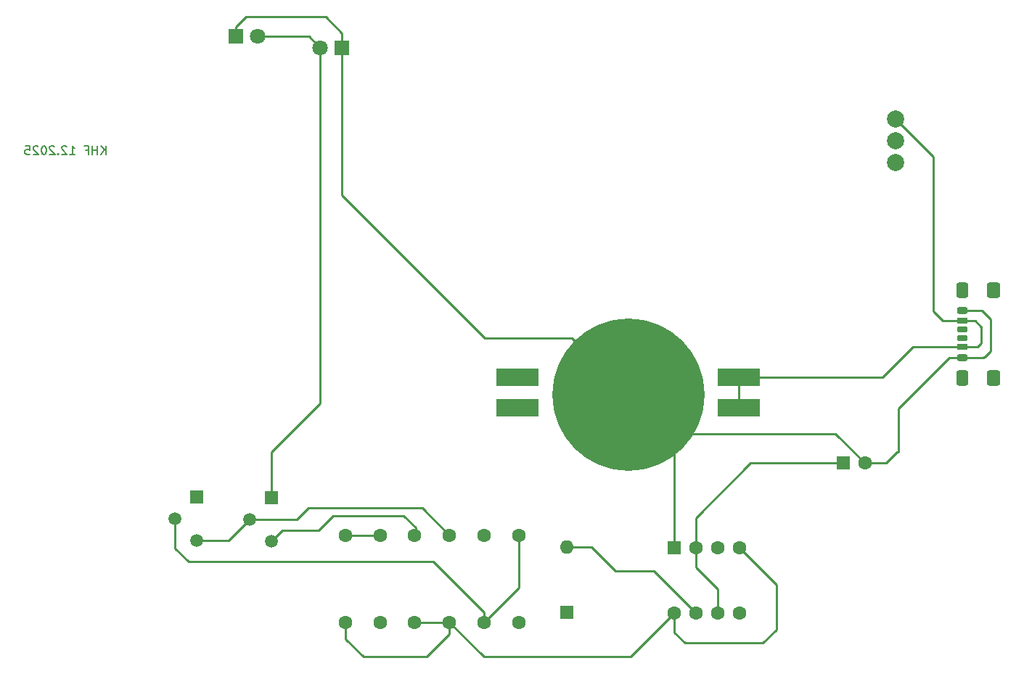
<source format=gbr>
%TF.GenerationSoftware,KiCad,Pcbnew,9.0.6*%
%TF.CreationDate,2025-12-30T13:30:36+01:00*%
%TF.ProjectId,Krokodil,4b726f6b-6f64-4696-9c2e-6b696361645f,rev?*%
%TF.SameCoordinates,Original*%
%TF.FileFunction,Copper,L2,Bot*%
%TF.FilePolarity,Positive*%
%FSLAX46Y46*%
G04 Gerber Fmt 4.6, Leading zero omitted, Abs format (unit mm)*
G04 Created by KiCad (PCBNEW 9.0.6) date 2025-12-30 13:30:36*
%MOMM*%
%LPD*%
G01*
G04 APERTURE LIST*
G04 Aperture macros list*
%AMRoundRect*
0 Rectangle with rounded corners*
0 $1 Rounding radius*
0 $2 $3 $4 $5 $6 $7 $8 $9 X,Y pos of 4 corners*
0 Add a 4 corners polygon primitive as box body*
4,1,4,$2,$3,$4,$5,$6,$7,$8,$9,$2,$3,0*
0 Add four circle primitives for the rounded corners*
1,1,$1+$1,$2,$3*
1,1,$1+$1,$4,$5*
1,1,$1+$1,$6,$7*
1,1,$1+$1,$8,$9*
0 Add four rect primitives between the rounded corners*
20,1,$1+$1,$2,$3,$4,$5,0*
20,1,$1+$1,$4,$5,$6,$7,0*
20,1,$1+$1,$6,$7,$8,$9,0*
20,1,$1+$1,$8,$9,$2,$3,0*%
G04 Aperture macros list end*
%ADD10C,0.150000*%
%TA.AperFunction,NonConductor*%
%ADD11C,0.150000*%
%TD*%
%TA.AperFunction,SMDPad,CuDef*%
%ADD12RoundRect,0.175000X-0.425000X0.175000X-0.425000X-0.175000X0.425000X-0.175000X0.425000X0.175000X0*%
%TD*%
%TA.AperFunction,SMDPad,CuDef*%
%ADD13RoundRect,0.190000X0.410000X-0.190000X0.410000X0.190000X-0.410000X0.190000X-0.410000X-0.190000X0*%
%TD*%
%TA.AperFunction,SMDPad,CuDef*%
%ADD14RoundRect,0.200000X0.400000X-0.200000X0.400000X0.200000X-0.400000X0.200000X-0.400000X-0.200000X0*%
%TD*%
%TA.AperFunction,SMDPad,CuDef*%
%ADD15RoundRect,0.175000X0.425000X-0.175000X0.425000X0.175000X-0.425000X0.175000X-0.425000X-0.175000X0*%
%TD*%
%TA.AperFunction,SMDPad,CuDef*%
%ADD16RoundRect,0.190000X-0.410000X0.190000X-0.410000X-0.190000X0.410000X-0.190000X0.410000X0.190000X0*%
%TD*%
%TA.AperFunction,SMDPad,CuDef*%
%ADD17RoundRect,0.200000X-0.400000X0.200000X-0.400000X-0.200000X0.400000X-0.200000X0.400000X0.200000X0*%
%TD*%
%TA.AperFunction,SMDPad,CuDef*%
%ADD18RoundRect,0.250000X-0.425000X0.650000X-0.425000X-0.650000X0.425000X-0.650000X0.425000X0.650000X0*%
%TD*%
%TA.AperFunction,SMDPad,CuDef*%
%ADD19RoundRect,0.250000X-0.500000X0.650000X-0.500000X-0.650000X0.500000X-0.650000X0.500000X0.650000X0*%
%TD*%
%TA.AperFunction,ComponentPad*%
%ADD20R,1.800000X1.800000*%
%TD*%
%TA.AperFunction,ComponentPad*%
%ADD21C,1.800000*%
%TD*%
%TA.AperFunction,ComponentPad*%
%ADD22C,2.000000*%
%TD*%
%TA.AperFunction,ComponentPad*%
%ADD23RoundRect,0.250000X-0.550000X0.550000X-0.550000X-0.550000X0.550000X-0.550000X0.550000X0.550000X0*%
%TD*%
%TA.AperFunction,ComponentPad*%
%ADD24C,1.600000*%
%TD*%
%TA.AperFunction,ComponentPad*%
%ADD25R,1.500000X1.500000*%
%TD*%
%TA.AperFunction,ComponentPad*%
%ADD26C,1.500000*%
%TD*%
%TA.AperFunction,ComponentPad*%
%ADD27R,1.600000X1.600000*%
%TD*%
%TA.AperFunction,ComponentPad*%
%ADD28O,1.600000X1.600000*%
%TD*%
%TA.AperFunction,SMDPad,CuDef*%
%ADD29R,5.000000X2.000000*%
%TD*%
%TA.AperFunction,SMDPad,CuDef*%
%ADD30C,17.780000*%
%TD*%
%TA.AperFunction,Conductor*%
%ADD31C,0.250000*%
%TD*%
G04 APERTURE END LIST*
D10*
D11*
X101263220Y-69069819D02*
X101263220Y-68069819D01*
X100691792Y-69069819D02*
X101120363Y-68498390D01*
X100691792Y-68069819D02*
X101263220Y-68641247D01*
X100263220Y-69069819D02*
X100263220Y-68069819D01*
X100263220Y-68546009D02*
X99691792Y-68546009D01*
X99691792Y-69069819D02*
X99691792Y-68069819D01*
X98882268Y-68546009D02*
X99215601Y-68546009D01*
X99215601Y-69069819D02*
X99215601Y-68069819D01*
X99215601Y-68069819D02*
X98739411Y-68069819D01*
X97072744Y-69069819D02*
X97644172Y-69069819D01*
X97358458Y-69069819D02*
X97358458Y-68069819D01*
X97358458Y-68069819D02*
X97453696Y-68212676D01*
X97453696Y-68212676D02*
X97548934Y-68307914D01*
X97548934Y-68307914D02*
X97644172Y-68355533D01*
X96691791Y-68165057D02*
X96644172Y-68117438D01*
X96644172Y-68117438D02*
X96548934Y-68069819D01*
X96548934Y-68069819D02*
X96310839Y-68069819D01*
X96310839Y-68069819D02*
X96215601Y-68117438D01*
X96215601Y-68117438D02*
X96167982Y-68165057D01*
X96167982Y-68165057D02*
X96120363Y-68260295D01*
X96120363Y-68260295D02*
X96120363Y-68355533D01*
X96120363Y-68355533D02*
X96167982Y-68498390D01*
X96167982Y-68498390D02*
X96739410Y-69069819D01*
X96739410Y-69069819D02*
X96120363Y-69069819D01*
X95691791Y-68974580D02*
X95644172Y-69022200D01*
X95644172Y-69022200D02*
X95691791Y-69069819D01*
X95691791Y-69069819D02*
X95739410Y-69022200D01*
X95739410Y-69022200D02*
X95691791Y-68974580D01*
X95691791Y-68974580D02*
X95691791Y-69069819D01*
X95263220Y-68165057D02*
X95215601Y-68117438D01*
X95215601Y-68117438D02*
X95120363Y-68069819D01*
X95120363Y-68069819D02*
X94882268Y-68069819D01*
X94882268Y-68069819D02*
X94787030Y-68117438D01*
X94787030Y-68117438D02*
X94739411Y-68165057D01*
X94739411Y-68165057D02*
X94691792Y-68260295D01*
X94691792Y-68260295D02*
X94691792Y-68355533D01*
X94691792Y-68355533D02*
X94739411Y-68498390D01*
X94739411Y-68498390D02*
X95310839Y-69069819D01*
X95310839Y-69069819D02*
X94691792Y-69069819D01*
X94072744Y-68069819D02*
X93977506Y-68069819D01*
X93977506Y-68069819D02*
X93882268Y-68117438D01*
X93882268Y-68117438D02*
X93834649Y-68165057D01*
X93834649Y-68165057D02*
X93787030Y-68260295D01*
X93787030Y-68260295D02*
X93739411Y-68450771D01*
X93739411Y-68450771D02*
X93739411Y-68688866D01*
X93739411Y-68688866D02*
X93787030Y-68879342D01*
X93787030Y-68879342D02*
X93834649Y-68974580D01*
X93834649Y-68974580D02*
X93882268Y-69022200D01*
X93882268Y-69022200D02*
X93977506Y-69069819D01*
X93977506Y-69069819D02*
X94072744Y-69069819D01*
X94072744Y-69069819D02*
X94167982Y-69022200D01*
X94167982Y-69022200D02*
X94215601Y-68974580D01*
X94215601Y-68974580D02*
X94263220Y-68879342D01*
X94263220Y-68879342D02*
X94310839Y-68688866D01*
X94310839Y-68688866D02*
X94310839Y-68450771D01*
X94310839Y-68450771D02*
X94263220Y-68260295D01*
X94263220Y-68260295D02*
X94215601Y-68165057D01*
X94215601Y-68165057D02*
X94167982Y-68117438D01*
X94167982Y-68117438D02*
X94072744Y-68069819D01*
X93358458Y-68165057D02*
X93310839Y-68117438D01*
X93310839Y-68117438D02*
X93215601Y-68069819D01*
X93215601Y-68069819D02*
X92977506Y-68069819D01*
X92977506Y-68069819D02*
X92882268Y-68117438D01*
X92882268Y-68117438D02*
X92834649Y-68165057D01*
X92834649Y-68165057D02*
X92787030Y-68260295D01*
X92787030Y-68260295D02*
X92787030Y-68355533D01*
X92787030Y-68355533D02*
X92834649Y-68498390D01*
X92834649Y-68498390D02*
X93406077Y-69069819D01*
X93406077Y-69069819D02*
X92787030Y-69069819D01*
X91882268Y-68069819D02*
X92358458Y-68069819D01*
X92358458Y-68069819D02*
X92406077Y-68546009D01*
X92406077Y-68546009D02*
X92358458Y-68498390D01*
X92358458Y-68498390D02*
X92263220Y-68450771D01*
X92263220Y-68450771D02*
X92025125Y-68450771D01*
X92025125Y-68450771D02*
X91929887Y-68498390D01*
X91929887Y-68498390D02*
X91882268Y-68546009D01*
X91882268Y-68546009D02*
X91834649Y-68641247D01*
X91834649Y-68641247D02*
X91834649Y-68879342D01*
X91834649Y-68879342D02*
X91882268Y-68974580D01*
X91882268Y-68974580D02*
X91929887Y-69022200D01*
X91929887Y-69022200D02*
X92025125Y-69069819D01*
X92025125Y-69069819D02*
X92263220Y-69069819D01*
X92263220Y-69069819D02*
X92358458Y-69022200D01*
X92358458Y-69022200D02*
X92406077Y-68974580D01*
D12*
%TO.P,USB-C,A5*%
%TO.N,N/C*%
X201167500Y-89500000D03*
D13*
%TO.P,USB-C,A9*%
%TO.N,Net-(S1-A-Pad1)*%
X201167500Y-91520000D03*
D14*
%TO.P,USB-C,A12*%
%TO.N,Net-(D1-K)*%
X201167500Y-92750000D03*
D15*
%TO.P,USB-C,B5*%
%TO.N,N/C*%
X201167500Y-90500000D03*
D16*
%TO.P,USB-C,B9*%
%TO.N,Net-(S1-A-Pad1)*%
X201167500Y-88480000D03*
D17*
%TO.P,USB-C,B12*%
%TO.N,Net-(D1-K)*%
X201167500Y-87250000D03*
D18*
%TO.P,USB-C,S1*%
%TO.N,N/C*%
X201222500Y-84875000D03*
D19*
X204802500Y-84875000D03*
D18*
X201222500Y-95125000D03*
D19*
X204802500Y-95125000D03*
%TD*%
D20*
%TO.P,D2,1,K*%
%TO.N,Net-(D1-K)*%
X128800000Y-56600000D03*
D21*
%TO.P,D2,2,A*%
%TO.N,Net-(D1-A)*%
X126260000Y-56600000D03*
%TD*%
D20*
%TO.P,D1,1,K*%
%TO.N,Net-(D1-K)*%
X116460000Y-55300000D03*
D21*
%TO.P,D1,2,A*%
%TO.N,Net-(D1-A)*%
X119000000Y-55300000D03*
%TD*%
D22*
%TO.P,S1,1,A*%
%TO.N,Net-(S1-A-Pad1)*%
X193400000Y-64900000D03*
%TO.P,S1,2,E*%
%TO.N,Net-(S1-E)*%
X193400000Y-67440000D03*
%TO.P,S1,3,A*%
%TO.N,unconnected-(S1-A-Pad3)*%
X193400000Y-69980000D03*
%TD*%
D23*
%TO.P,U1,1,GND*%
%TO.N,Net-(D1-K)*%
X167600000Y-115000000D03*
D24*
%TO.P,U1,2,TR*%
%TO.N,Net-(D3-K)*%
X170140000Y-115000000D03*
%TO.P,U1,3,Q*%
%TO.N,unconnected-(U1-Q-Pad3)*%
X172680000Y-115000000D03*
%TO.P,U1,4,R*%
%TO.N,Net-(S1-E)*%
X175220000Y-115000000D03*
%TO.P,U1,5,CV*%
%TO.N,unconnected-(U1-CV-Pad5)*%
X175220000Y-122620000D03*
%TO.P,U1,6,THR*%
%TO.N,Net-(D3-K)*%
X172680000Y-122620000D03*
%TO.P,U1,7,DIS*%
%TO.N,Net-(D3-A)*%
X170140000Y-122620000D03*
%TO.P,U1,8,VCC*%
%TO.N,Net-(S1-E)*%
X167600000Y-122620000D03*
%TD*%
D25*
%TO.P,Q2,1,E*%
%TO.N,Net-(D1-A)*%
X120600000Y-109100000D03*
D26*
%TO.P,Q2,2,B*%
%TO.N,Net-(Q1-C)*%
X118060000Y-111640000D03*
%TO.P,Q2,3,C*%
%TO.N,Net-(Q2-C)*%
X120600000Y-114180000D03*
%TD*%
D24*
%TO.P,R3,1*%
%TO.N,Net-(D3-K)*%
X149450000Y-123660000D03*
%TO.P,R3,2*%
%TO.N,Net-(Q1-B)*%
X149450000Y-113500000D03*
%TD*%
%TO.P,R6,1*%
%TO.N,Net-(S1-E)*%
X137300000Y-123660000D03*
%TO.P,R6,2*%
%TO.N,Net-(Q2-C)*%
X137300000Y-113500000D03*
%TD*%
%TO.P,R8,1*%
%TO.N,Net-(S1-E)*%
X129200000Y-123660000D03*
%TO.P,R8,2*%
%TO.N,Net-(D3-A)*%
X129200000Y-113500000D03*
%TD*%
D25*
%TO.P,Q1,1,E*%
%TO.N,Net-(D1-K)*%
X111857615Y-109000000D03*
D26*
%TO.P,Q1,2,B*%
%TO.N,Net-(Q1-B)*%
X109317615Y-111540000D03*
%TO.P,Q1,3,C*%
%TO.N,Net-(Q1-C)*%
X111857615Y-114080000D03*
%TD*%
D27*
%TO.P,D3,1,K*%
%TO.N,Net-(D3-K)*%
X155000000Y-122520000D03*
D28*
%TO.P,D3,2,A*%
%TO.N,Net-(D3-A)*%
X155000000Y-114900000D03*
%TD*%
D24*
%TO.P,R5,1*%
%TO.N,Net-(S1-E)*%
X141350000Y-123660000D03*
%TO.P,R5,2*%
%TO.N,Net-(Q1-C)*%
X141350000Y-113500000D03*
%TD*%
%TO.P,R7,2*%
%TO.N,Net-(D3-A)*%
X133250000Y-113500000D03*
%TO.P,R7,1*%
%TO.N,Net-(D3-K)*%
X133250000Y-123660000D03*
%TD*%
D27*
%TO.P,C1,1*%
%TO.N,Net-(D3-K)*%
X187300000Y-105100000D03*
D24*
%TO.P,C1,2*%
%TO.N,Net-(D1-K)*%
X189800000Y-105100000D03*
%TD*%
D29*
%TO.P,U2,*%
%TO.N,*%
X149246000Y-95068000D03*
X149246000Y-98624000D03*
%TO.P,U2,1*%
%TO.N,Net-(S1-A-Pad1)*%
X175140000Y-95068000D03*
X175140000Y-98624000D03*
D30*
%TO.P,U2,2*%
%TO.N,Net-(D1-K)*%
X162200000Y-97100000D03*
%TD*%
D24*
%TO.P,R4,2*%
%TO.N,Net-(D1-K)*%
X145400000Y-113500000D03*
%TO.P,R4,1*%
%TO.N,Net-(Q1-B)*%
X145400000Y-123660000D03*
%TD*%
D31*
%TO.N,Net-(D3-A)*%
X129200000Y-113500000D02*
X133250000Y-113500000D01*
%TO.N,Net-(Q2-C)*%
X137400000Y-113400000D02*
X137300000Y-113500000D01*
X137400000Y-112600000D02*
X137400000Y-113400000D01*
X136000000Y-111200000D02*
X137400000Y-112600000D01*
X127800000Y-111200000D02*
X136000000Y-111200000D01*
X126100000Y-112900000D02*
X127800000Y-111200000D01*
X121880000Y-112900000D02*
X126100000Y-112900000D01*
X120600000Y-114180000D02*
X121880000Y-112900000D01*
%TO.N,Net-(Q1-C)*%
X123560000Y-111640000D02*
X118060000Y-111640000D01*
X141350000Y-113500000D02*
X138200000Y-110350000D01*
X138200000Y-110350000D02*
X138200000Y-110300000D01*
X138200000Y-110300000D02*
X124900000Y-110300000D01*
X124900000Y-110300000D02*
X123560000Y-111640000D01*
X115620000Y-114080000D02*
X118060000Y-111640000D01*
X111857615Y-114080000D02*
X115620000Y-114080000D01*
%TO.N,Net-(Q1-B)*%
X149450000Y-119610000D02*
X145400000Y-123660000D01*
X149450000Y-113500000D02*
X149450000Y-119610000D01*
X109317615Y-115017615D02*
X109317615Y-111540000D01*
X110900000Y-116600000D02*
X109317615Y-115017615D01*
X145400000Y-122500000D02*
X139500000Y-116600000D01*
X145400000Y-123660000D02*
X145400000Y-122500000D01*
X139500000Y-116600000D02*
X110900000Y-116600000D01*
%TO.N,Net-(D3-A)*%
X160700000Y-117700000D02*
X157900000Y-114900000D01*
X157900000Y-114900000D02*
X155000000Y-114900000D01*
X165220000Y-117700000D02*
X160700000Y-117700000D01*
X170140000Y-122620000D02*
X165220000Y-117700000D01*
%TO.N,Net-(S1-E)*%
X168800000Y-126100000D02*
X167600000Y-124900000D01*
X167600000Y-124900000D02*
X167600000Y-122620000D01*
X177900000Y-126100000D02*
X168800000Y-126100000D01*
X179500000Y-124500000D02*
X177900000Y-126100000D01*
X175220000Y-115000000D02*
X179500000Y-119280000D01*
X179500000Y-119280000D02*
X179500000Y-124500000D01*
X131300000Y-127700000D02*
X129200000Y-125600000D01*
X138700000Y-127700000D02*
X131300000Y-127700000D01*
X129200000Y-125600000D02*
X129200000Y-123660000D01*
X141350000Y-125050000D02*
X138700000Y-127700000D01*
X141350000Y-123660000D02*
X141350000Y-125050000D01*
X141350000Y-123660000D02*
X137300000Y-123660000D01*
X145390000Y-127700000D02*
X141350000Y-123660000D01*
X162520000Y-127700000D02*
X145390000Y-127700000D01*
X167600000Y-122620000D02*
X162520000Y-127700000D01*
%TO.N,Net-(D3-K)*%
X172680000Y-119780000D02*
X172680000Y-122620000D01*
X170140000Y-117240000D02*
X172680000Y-119780000D01*
X170140000Y-115000000D02*
X170140000Y-117240000D01*
X170140000Y-111460000D02*
X170140000Y-115000000D01*
X176500000Y-105100000D02*
X170140000Y-111460000D01*
X187300000Y-105100000D02*
X176500000Y-105100000D01*
%TO.N,Net-(D1-K)*%
X166800000Y-101700000D02*
X162200000Y-97100000D01*
X186400000Y-101700000D02*
X166800000Y-101700000D01*
X189800000Y-105100000D02*
X186400000Y-101700000D01*
X167600000Y-102900000D02*
X167600000Y-115000000D01*
X162200000Y-97500000D02*
X167600000Y-102900000D01*
X162200000Y-97100000D02*
X162200000Y-97500000D01*
X193600000Y-103800000D02*
X192300000Y-105100000D01*
X193700000Y-103800000D02*
X193600000Y-103800000D01*
X193700000Y-98700000D02*
X193700000Y-103800000D01*
X201167500Y-92750000D02*
X199650000Y-92750000D01*
X199650000Y-92750000D02*
X193700000Y-98700000D01*
X192300000Y-105100000D02*
X189800000Y-105100000D01*
%TO.N,Net-(D1-A)*%
X120600000Y-103800000D02*
X120600000Y-109100000D01*
X126260000Y-98140000D02*
X120600000Y-103800000D01*
X126260000Y-56600000D02*
X126260000Y-98140000D01*
X124960000Y-55300000D02*
X126260000Y-56600000D01*
X119000000Y-55300000D02*
X124960000Y-55300000D01*
%TO.N,Net-(D1-K)*%
X126900000Y-53000000D02*
X128800000Y-54900000D01*
X117600000Y-53000000D02*
X126900000Y-53000000D01*
X116460000Y-55300000D02*
X116460000Y-54140000D01*
X116460000Y-54140000D02*
X117600000Y-53000000D01*
X128800000Y-54900000D02*
X128800000Y-56600000D01*
X155600000Y-90500000D02*
X145500000Y-90500000D01*
X128800000Y-73800000D02*
X128800000Y-56600000D01*
X162200000Y-97100000D02*
X155600000Y-90500000D01*
X145500000Y-90500000D02*
X128800000Y-73800000D01*
%TO.N,Net-(S1-A-Pad1)*%
X198880000Y-88480000D02*
X201167500Y-88480000D01*
X197800000Y-87400000D02*
X198880000Y-88480000D01*
X197800000Y-69300000D02*
X197800000Y-87400000D01*
X193400000Y-64900000D02*
X197800000Y-69300000D01*
X195420000Y-91520000D02*
X201167500Y-91520000D01*
X195400000Y-91500000D02*
X195420000Y-91520000D01*
X191832000Y-95068000D02*
X195400000Y-91500000D01*
X175140000Y-95068000D02*
X191832000Y-95068000D01*
X175140000Y-98624000D02*
X175140000Y-95068000D01*
%TO.N,Net-(D1-K)*%
X203800000Y-92700000D02*
X203700000Y-92700000D01*
X204500000Y-92000000D02*
X203800000Y-92700000D01*
X204500000Y-88300000D02*
X204500000Y-92000000D01*
X203650000Y-92750000D02*
X201167500Y-92750000D01*
X203450000Y-87250000D02*
X204500000Y-88300000D01*
X201167500Y-87250000D02*
X203450000Y-87250000D01*
X203700000Y-92700000D02*
X203650000Y-92750000D01*
%TO.N,Net-(S1-A-Pad1)*%
X203000000Y-91500000D02*
X202900000Y-91500000D01*
X202880000Y-91520000D02*
X201167500Y-91520000D01*
X203400000Y-91100000D02*
X203000000Y-91500000D01*
X203400000Y-89200000D02*
X203400000Y-91100000D01*
X202900000Y-91500000D02*
X202880000Y-91520000D01*
X202680000Y-88480000D02*
X203400000Y-89200000D01*
X201167500Y-88480000D02*
X202680000Y-88480000D01*
%TD*%
M02*

</source>
